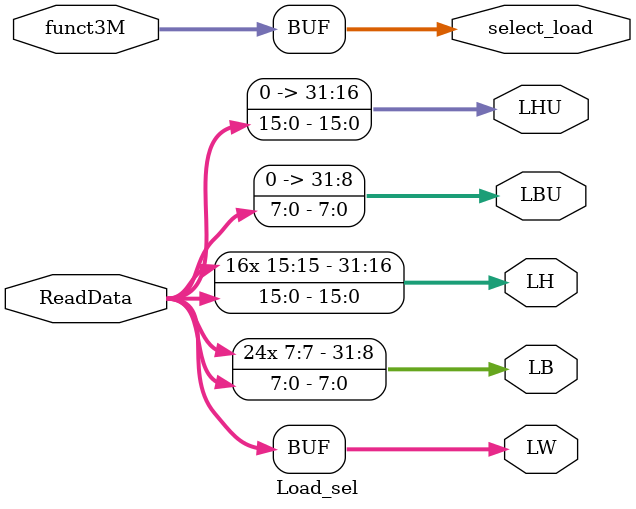
<source format=v>
module Load_sel (
	input  		[2:0] 	funct3M,
	input  		[31:0] 	ReadData,
	output wire [2:0] 	select_load,
	output wire [31:0] 	LW,
	output wire [31:0] 	LB,
	output wire [31:0] 	LH,
	output wire [31:0] 	LBU,
	output wire [31:0] 	LHU
);
	assign select_load = funct3M;
	assign LW = ReadData;
	assign LBU = {24'b0, ReadData[7:0]};
	assign LHU = {16'b0, ReadData[15:0]};
	assign LB = {{24{ReadData[7]}}, ReadData [7:0]};
	assign LH = {{16{ReadData[15]}}, ReadData [15:0]};
endmodule
</source>
